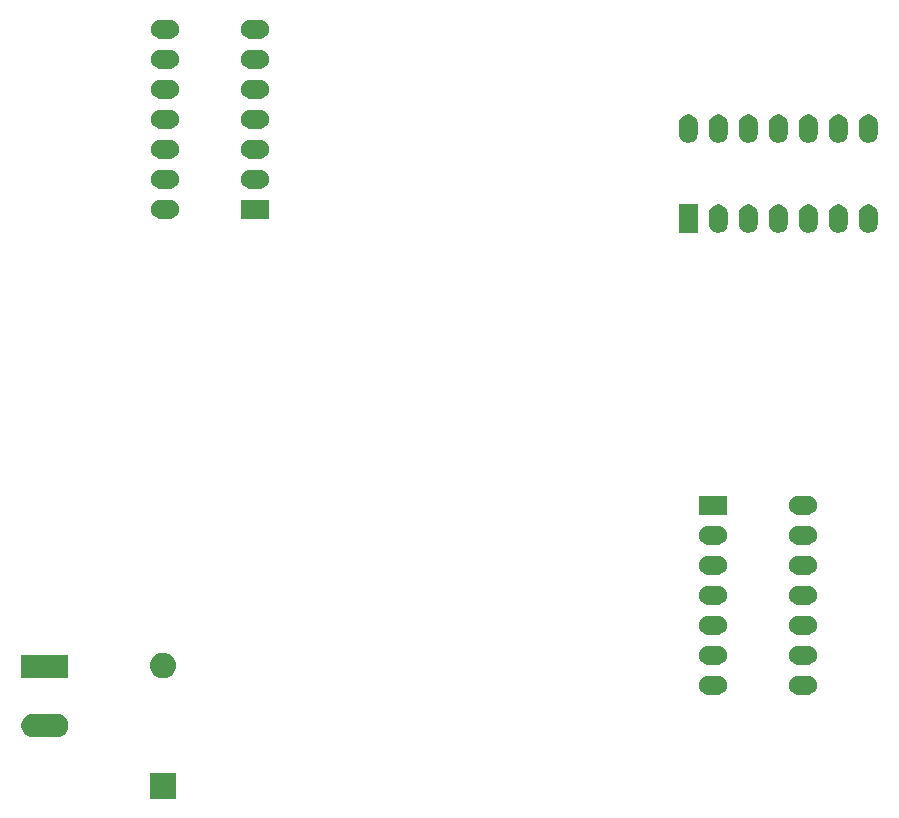
<source format=gbr>
%TF.GenerationSoftware,KiCad,Pcbnew,8.0.5*%
%TF.CreationDate,2024-11-03T20:31:12-06:00*%
%TF.ProjectId,KiCAD_Custom_DRC_Rules_for_PCBWay,4b694341-445f-4437-9573-746f6d5f4452,rev?*%
%TF.SameCoordinates,Original*%
%TF.FileFunction,Soldermask,Bot*%
%TF.FilePolarity,Negative*%
%FSLAX46Y46*%
G04 Gerber Fmt 4.6, Leading zero omitted, Abs format (unit mm)*
G04 Created by KiCad (PCBNEW 8.0.5) date 2024-11-03 20:31:12*
%MOMM*%
%LPD*%
G01*
G04 APERTURE LIST*
G04 APERTURE END LIST*
G36*
X68415000Y-125100000D02*
G01*
X66215000Y-125100000D01*
X66215000Y-122900000D01*
X68415000Y-122900000D01*
X68415000Y-125100000D01*
G37*
G36*
X58402037Y-117934767D02*
G01*
X58592382Y-117972629D01*
X58771683Y-118046898D01*
X58933049Y-118154720D01*
X59070280Y-118291951D01*
X59178102Y-118453317D01*
X59252371Y-118632618D01*
X59290233Y-118822963D01*
X59290233Y-119017037D01*
X59252371Y-119207382D01*
X59178102Y-119386683D01*
X59070280Y-119548049D01*
X58933049Y-119685280D01*
X58771683Y-119793102D01*
X58592382Y-119867371D01*
X58402037Y-119905233D01*
X58305000Y-119910000D01*
X58303749Y-119910000D01*
X56326251Y-119910000D01*
X56325000Y-119910000D01*
X56227963Y-119905233D01*
X56037618Y-119867371D01*
X55858317Y-119793102D01*
X55696951Y-119685280D01*
X55559720Y-119548049D01*
X55451898Y-119386683D01*
X55377629Y-119207382D01*
X55339767Y-119017037D01*
X55339767Y-118822963D01*
X55377629Y-118632618D01*
X55451898Y-118453317D01*
X55559720Y-118291951D01*
X55696951Y-118154720D01*
X55858317Y-118046898D01*
X56037618Y-117972629D01*
X56227963Y-117934767D01*
X56325000Y-117930000D01*
X58305000Y-117930000D01*
X58402037Y-117934767D01*
G37*
G36*
X114358414Y-114703852D02*
G01*
X114512228Y-114734448D01*
X114657117Y-114794463D01*
X114787515Y-114881592D01*
X114898408Y-114992485D01*
X114985537Y-115122883D01*
X115045552Y-115267772D01*
X115076148Y-115421586D01*
X115076148Y-115578414D01*
X115045552Y-115732228D01*
X114985537Y-115877117D01*
X114898408Y-116007515D01*
X114787515Y-116118408D01*
X114657117Y-116205537D01*
X114512228Y-116265552D01*
X114358414Y-116296148D01*
X114280000Y-116300000D01*
X114278749Y-116300000D01*
X113481251Y-116300000D01*
X113480000Y-116300000D01*
X113401586Y-116296148D01*
X113247772Y-116265552D01*
X113102883Y-116205537D01*
X112972485Y-116118408D01*
X112861592Y-116007515D01*
X112774463Y-115877117D01*
X112714448Y-115732228D01*
X112683852Y-115578414D01*
X112683852Y-115421586D01*
X112714448Y-115267772D01*
X112774463Y-115122883D01*
X112861592Y-114992485D01*
X112972485Y-114881592D01*
X113102883Y-114794463D01*
X113247772Y-114734448D01*
X113401586Y-114703852D01*
X113480000Y-114700000D01*
X114280000Y-114700000D01*
X114358414Y-114703852D01*
G37*
G36*
X121978414Y-114703852D02*
G01*
X122132228Y-114734448D01*
X122277117Y-114794463D01*
X122407515Y-114881592D01*
X122518408Y-114992485D01*
X122605537Y-115122883D01*
X122665552Y-115267772D01*
X122696148Y-115421586D01*
X122696148Y-115578414D01*
X122665552Y-115732228D01*
X122605537Y-115877117D01*
X122518408Y-116007515D01*
X122407515Y-116118408D01*
X122277117Y-116205537D01*
X122132228Y-116265552D01*
X121978414Y-116296148D01*
X121900000Y-116300000D01*
X121898749Y-116300000D01*
X121101251Y-116300000D01*
X121100000Y-116300000D01*
X121021586Y-116296148D01*
X120867772Y-116265552D01*
X120722883Y-116205537D01*
X120592485Y-116118408D01*
X120481592Y-116007515D01*
X120394463Y-115877117D01*
X120334448Y-115732228D01*
X120303852Y-115578414D01*
X120303852Y-115421586D01*
X120334448Y-115267772D01*
X120394463Y-115122883D01*
X120481592Y-114992485D01*
X120592485Y-114881592D01*
X120722883Y-114794463D01*
X120867772Y-114734448D01*
X121021586Y-114703852D01*
X121100000Y-114700000D01*
X121900000Y-114700000D01*
X121978414Y-114703852D01*
G37*
G36*
X67616029Y-112781992D02*
G01*
X67805312Y-112855320D01*
X67977898Y-112962181D01*
X68127910Y-113098935D01*
X68250239Y-113260925D01*
X68340719Y-113442634D01*
X68396270Y-113637876D01*
X68415000Y-113840000D01*
X68396270Y-114042124D01*
X68340719Y-114237366D01*
X68250239Y-114419075D01*
X68127910Y-114581065D01*
X67977898Y-114717819D01*
X67805312Y-114824680D01*
X67616029Y-114898008D01*
X67416495Y-114935308D01*
X67213505Y-114935308D01*
X67013971Y-114898008D01*
X66824688Y-114824680D01*
X66652102Y-114717819D01*
X66502090Y-114581065D01*
X66379761Y-114419075D01*
X66289281Y-114237366D01*
X66233730Y-114042124D01*
X66215000Y-113840000D01*
X66233730Y-113637876D01*
X66289281Y-113442634D01*
X66379761Y-113260925D01*
X66502090Y-113098935D01*
X66652102Y-112962181D01*
X66824688Y-112855320D01*
X67013971Y-112781992D01*
X67213505Y-112744692D01*
X67416495Y-112744692D01*
X67616029Y-112781992D01*
G37*
G36*
X59295000Y-114910000D02*
G01*
X55335000Y-114910000D01*
X55335000Y-112930000D01*
X59295000Y-112930000D01*
X59295000Y-114910000D01*
G37*
G36*
X114358414Y-112163852D02*
G01*
X114512228Y-112194448D01*
X114657117Y-112254463D01*
X114787515Y-112341592D01*
X114898408Y-112452485D01*
X114985537Y-112582883D01*
X115045552Y-112727772D01*
X115076148Y-112881586D01*
X115076148Y-113038414D01*
X115045552Y-113192228D01*
X114985537Y-113337117D01*
X114898408Y-113467515D01*
X114787515Y-113578408D01*
X114657117Y-113665537D01*
X114512228Y-113725552D01*
X114358414Y-113756148D01*
X114280000Y-113760000D01*
X114278749Y-113760000D01*
X113481251Y-113760000D01*
X113480000Y-113760000D01*
X113401586Y-113756148D01*
X113247772Y-113725552D01*
X113102883Y-113665537D01*
X112972485Y-113578408D01*
X112861592Y-113467515D01*
X112774463Y-113337117D01*
X112714448Y-113192228D01*
X112683852Y-113038414D01*
X112683852Y-112881586D01*
X112714448Y-112727772D01*
X112774463Y-112582883D01*
X112861592Y-112452485D01*
X112972485Y-112341592D01*
X113102883Y-112254463D01*
X113247772Y-112194448D01*
X113401586Y-112163852D01*
X113480000Y-112160000D01*
X114280000Y-112160000D01*
X114358414Y-112163852D01*
G37*
G36*
X121978414Y-112163852D02*
G01*
X122132228Y-112194448D01*
X122277117Y-112254463D01*
X122407515Y-112341592D01*
X122518408Y-112452485D01*
X122605537Y-112582883D01*
X122665552Y-112727772D01*
X122696148Y-112881586D01*
X122696148Y-113038414D01*
X122665552Y-113192228D01*
X122605537Y-113337117D01*
X122518408Y-113467515D01*
X122407515Y-113578408D01*
X122277117Y-113665537D01*
X122132228Y-113725552D01*
X121978414Y-113756148D01*
X121900000Y-113760000D01*
X121898749Y-113760000D01*
X121101251Y-113760000D01*
X121100000Y-113760000D01*
X121021586Y-113756148D01*
X120867772Y-113725552D01*
X120722883Y-113665537D01*
X120592485Y-113578408D01*
X120481592Y-113467515D01*
X120394463Y-113337117D01*
X120334448Y-113192228D01*
X120303852Y-113038414D01*
X120303852Y-112881586D01*
X120334448Y-112727772D01*
X120394463Y-112582883D01*
X120481592Y-112452485D01*
X120592485Y-112341592D01*
X120722883Y-112254463D01*
X120867772Y-112194448D01*
X121021586Y-112163852D01*
X121100000Y-112160000D01*
X121900000Y-112160000D01*
X121978414Y-112163852D01*
G37*
G36*
X114358414Y-109623852D02*
G01*
X114512228Y-109654448D01*
X114657117Y-109714463D01*
X114787515Y-109801592D01*
X114898408Y-109912485D01*
X114985537Y-110042883D01*
X115045552Y-110187772D01*
X115076148Y-110341586D01*
X115076148Y-110498414D01*
X115045552Y-110652228D01*
X114985537Y-110797117D01*
X114898408Y-110927515D01*
X114787515Y-111038408D01*
X114657117Y-111125537D01*
X114512228Y-111185552D01*
X114358414Y-111216148D01*
X114280000Y-111220000D01*
X114278749Y-111220000D01*
X113481251Y-111220000D01*
X113480000Y-111220000D01*
X113401586Y-111216148D01*
X113247772Y-111185552D01*
X113102883Y-111125537D01*
X112972485Y-111038408D01*
X112861592Y-110927515D01*
X112774463Y-110797117D01*
X112714448Y-110652228D01*
X112683852Y-110498414D01*
X112683852Y-110341586D01*
X112714448Y-110187772D01*
X112774463Y-110042883D01*
X112861592Y-109912485D01*
X112972485Y-109801592D01*
X113102883Y-109714463D01*
X113247772Y-109654448D01*
X113401586Y-109623852D01*
X113480000Y-109620000D01*
X114280000Y-109620000D01*
X114358414Y-109623852D01*
G37*
G36*
X121978414Y-109623852D02*
G01*
X122132228Y-109654448D01*
X122277117Y-109714463D01*
X122407515Y-109801592D01*
X122518408Y-109912485D01*
X122605537Y-110042883D01*
X122665552Y-110187772D01*
X122696148Y-110341586D01*
X122696148Y-110498414D01*
X122665552Y-110652228D01*
X122605537Y-110797117D01*
X122518408Y-110927515D01*
X122407515Y-111038408D01*
X122277117Y-111125537D01*
X122132228Y-111185552D01*
X121978414Y-111216148D01*
X121900000Y-111220000D01*
X121898749Y-111220000D01*
X121101251Y-111220000D01*
X121100000Y-111220000D01*
X121021586Y-111216148D01*
X120867772Y-111185552D01*
X120722883Y-111125537D01*
X120592485Y-111038408D01*
X120481592Y-110927515D01*
X120394463Y-110797117D01*
X120334448Y-110652228D01*
X120303852Y-110498414D01*
X120303852Y-110341586D01*
X120334448Y-110187772D01*
X120394463Y-110042883D01*
X120481592Y-109912485D01*
X120592485Y-109801592D01*
X120722883Y-109714463D01*
X120867772Y-109654448D01*
X121021586Y-109623852D01*
X121100000Y-109620000D01*
X121900000Y-109620000D01*
X121978414Y-109623852D01*
G37*
G36*
X114358414Y-107083852D02*
G01*
X114512228Y-107114448D01*
X114657117Y-107174463D01*
X114787515Y-107261592D01*
X114898408Y-107372485D01*
X114985537Y-107502883D01*
X115045552Y-107647772D01*
X115076148Y-107801586D01*
X115076148Y-107958414D01*
X115045552Y-108112228D01*
X114985537Y-108257117D01*
X114898408Y-108387515D01*
X114787515Y-108498408D01*
X114657117Y-108585537D01*
X114512228Y-108645552D01*
X114358414Y-108676148D01*
X114280000Y-108680000D01*
X114278749Y-108680000D01*
X113481251Y-108680000D01*
X113480000Y-108680000D01*
X113401586Y-108676148D01*
X113247772Y-108645552D01*
X113102883Y-108585537D01*
X112972485Y-108498408D01*
X112861592Y-108387515D01*
X112774463Y-108257117D01*
X112714448Y-108112228D01*
X112683852Y-107958414D01*
X112683852Y-107801586D01*
X112714448Y-107647772D01*
X112774463Y-107502883D01*
X112861592Y-107372485D01*
X112972485Y-107261592D01*
X113102883Y-107174463D01*
X113247772Y-107114448D01*
X113401586Y-107083852D01*
X113480000Y-107080000D01*
X114280000Y-107080000D01*
X114358414Y-107083852D01*
G37*
G36*
X121978414Y-107083852D02*
G01*
X122132228Y-107114448D01*
X122277117Y-107174463D01*
X122407515Y-107261592D01*
X122518408Y-107372485D01*
X122605537Y-107502883D01*
X122665552Y-107647772D01*
X122696148Y-107801586D01*
X122696148Y-107958414D01*
X122665552Y-108112228D01*
X122605537Y-108257117D01*
X122518408Y-108387515D01*
X122407515Y-108498408D01*
X122277117Y-108585537D01*
X122132228Y-108645552D01*
X121978414Y-108676148D01*
X121900000Y-108680000D01*
X121898749Y-108680000D01*
X121101251Y-108680000D01*
X121100000Y-108680000D01*
X121021586Y-108676148D01*
X120867772Y-108645552D01*
X120722883Y-108585537D01*
X120592485Y-108498408D01*
X120481592Y-108387515D01*
X120394463Y-108257117D01*
X120334448Y-108112228D01*
X120303852Y-107958414D01*
X120303852Y-107801586D01*
X120334448Y-107647772D01*
X120394463Y-107502883D01*
X120481592Y-107372485D01*
X120592485Y-107261592D01*
X120722883Y-107174463D01*
X120867772Y-107114448D01*
X121021586Y-107083852D01*
X121100000Y-107080000D01*
X121900000Y-107080000D01*
X121978414Y-107083852D01*
G37*
G36*
X114358414Y-104543852D02*
G01*
X114512228Y-104574448D01*
X114657117Y-104634463D01*
X114787515Y-104721592D01*
X114898408Y-104832485D01*
X114985537Y-104962883D01*
X115045552Y-105107772D01*
X115076148Y-105261586D01*
X115076148Y-105418414D01*
X115045552Y-105572228D01*
X114985537Y-105717117D01*
X114898408Y-105847515D01*
X114787515Y-105958408D01*
X114657117Y-106045537D01*
X114512228Y-106105552D01*
X114358414Y-106136148D01*
X114280000Y-106140000D01*
X114278749Y-106140000D01*
X113481251Y-106140000D01*
X113480000Y-106140000D01*
X113401586Y-106136148D01*
X113247772Y-106105552D01*
X113102883Y-106045537D01*
X112972485Y-105958408D01*
X112861592Y-105847515D01*
X112774463Y-105717117D01*
X112714448Y-105572228D01*
X112683852Y-105418414D01*
X112683852Y-105261586D01*
X112714448Y-105107772D01*
X112774463Y-104962883D01*
X112861592Y-104832485D01*
X112972485Y-104721592D01*
X113102883Y-104634463D01*
X113247772Y-104574448D01*
X113401586Y-104543852D01*
X113480000Y-104540000D01*
X114280000Y-104540000D01*
X114358414Y-104543852D01*
G37*
G36*
X121978414Y-104543852D02*
G01*
X122132228Y-104574448D01*
X122277117Y-104634463D01*
X122407515Y-104721592D01*
X122518408Y-104832485D01*
X122605537Y-104962883D01*
X122665552Y-105107772D01*
X122696148Y-105261586D01*
X122696148Y-105418414D01*
X122665552Y-105572228D01*
X122605537Y-105717117D01*
X122518408Y-105847515D01*
X122407515Y-105958408D01*
X122277117Y-106045537D01*
X122132228Y-106105552D01*
X121978414Y-106136148D01*
X121900000Y-106140000D01*
X121898749Y-106140000D01*
X121101251Y-106140000D01*
X121100000Y-106140000D01*
X121021586Y-106136148D01*
X120867772Y-106105552D01*
X120722883Y-106045537D01*
X120592485Y-105958408D01*
X120481592Y-105847515D01*
X120394463Y-105717117D01*
X120334448Y-105572228D01*
X120303852Y-105418414D01*
X120303852Y-105261586D01*
X120334448Y-105107772D01*
X120394463Y-104962883D01*
X120481592Y-104832485D01*
X120592485Y-104721592D01*
X120722883Y-104634463D01*
X120867772Y-104574448D01*
X121021586Y-104543852D01*
X121100000Y-104540000D01*
X121900000Y-104540000D01*
X121978414Y-104543852D01*
G37*
G36*
X114358414Y-102003852D02*
G01*
X114512228Y-102034448D01*
X114657117Y-102094463D01*
X114787515Y-102181592D01*
X114898408Y-102292485D01*
X114985537Y-102422883D01*
X115045552Y-102567772D01*
X115076148Y-102721586D01*
X115076148Y-102878414D01*
X115045552Y-103032228D01*
X114985537Y-103177117D01*
X114898408Y-103307515D01*
X114787515Y-103418408D01*
X114657117Y-103505537D01*
X114512228Y-103565552D01*
X114358414Y-103596148D01*
X114280000Y-103600000D01*
X114278749Y-103600000D01*
X113481251Y-103600000D01*
X113480000Y-103600000D01*
X113401586Y-103596148D01*
X113247772Y-103565552D01*
X113102883Y-103505537D01*
X112972485Y-103418408D01*
X112861592Y-103307515D01*
X112774463Y-103177117D01*
X112714448Y-103032228D01*
X112683852Y-102878414D01*
X112683852Y-102721586D01*
X112714448Y-102567772D01*
X112774463Y-102422883D01*
X112861592Y-102292485D01*
X112972485Y-102181592D01*
X113102883Y-102094463D01*
X113247772Y-102034448D01*
X113401586Y-102003852D01*
X113480000Y-102000000D01*
X114280000Y-102000000D01*
X114358414Y-102003852D01*
G37*
G36*
X121978414Y-102003852D02*
G01*
X122132228Y-102034448D01*
X122277117Y-102094463D01*
X122407515Y-102181592D01*
X122518408Y-102292485D01*
X122605537Y-102422883D01*
X122665552Y-102567772D01*
X122696148Y-102721586D01*
X122696148Y-102878414D01*
X122665552Y-103032228D01*
X122605537Y-103177117D01*
X122518408Y-103307515D01*
X122407515Y-103418408D01*
X122277117Y-103505537D01*
X122132228Y-103565552D01*
X121978414Y-103596148D01*
X121900000Y-103600000D01*
X121898749Y-103600000D01*
X121101251Y-103600000D01*
X121100000Y-103600000D01*
X121021586Y-103596148D01*
X120867772Y-103565552D01*
X120722883Y-103505537D01*
X120592485Y-103418408D01*
X120481592Y-103307515D01*
X120394463Y-103177117D01*
X120334448Y-103032228D01*
X120303852Y-102878414D01*
X120303852Y-102721586D01*
X120334448Y-102567772D01*
X120394463Y-102422883D01*
X120481592Y-102292485D01*
X120592485Y-102181592D01*
X120722883Y-102094463D01*
X120867772Y-102034448D01*
X121021586Y-102003852D01*
X121100000Y-102000000D01*
X121900000Y-102000000D01*
X121978414Y-102003852D01*
G37*
G36*
X115080000Y-101060000D02*
G01*
X112680000Y-101060000D01*
X112680000Y-99460000D01*
X115080000Y-99460000D01*
X115080000Y-101060000D01*
G37*
G36*
X121978414Y-99463852D02*
G01*
X122132228Y-99494448D01*
X122277117Y-99554463D01*
X122407515Y-99641592D01*
X122518408Y-99752485D01*
X122605537Y-99882883D01*
X122665552Y-100027772D01*
X122696148Y-100181586D01*
X122696148Y-100338414D01*
X122665552Y-100492228D01*
X122605537Y-100637117D01*
X122518408Y-100767515D01*
X122407515Y-100878408D01*
X122277117Y-100965537D01*
X122132228Y-101025552D01*
X121978414Y-101056148D01*
X121900000Y-101060000D01*
X121898749Y-101060000D01*
X121101251Y-101060000D01*
X121100000Y-101060000D01*
X121021586Y-101056148D01*
X120867772Y-101025552D01*
X120722883Y-100965537D01*
X120592485Y-100878408D01*
X120481592Y-100767515D01*
X120394463Y-100637117D01*
X120334448Y-100492228D01*
X120303852Y-100338414D01*
X120303852Y-100181586D01*
X120334448Y-100027772D01*
X120394463Y-99882883D01*
X120481592Y-99752485D01*
X120592485Y-99641592D01*
X120722883Y-99554463D01*
X120867772Y-99494448D01*
X121021586Y-99463852D01*
X121100000Y-99460000D01*
X121900000Y-99460000D01*
X121978414Y-99463852D01*
G37*
G36*
X112600000Y-77200000D02*
G01*
X111000000Y-77200000D01*
X111000000Y-74800000D01*
X112600000Y-74800000D01*
X112600000Y-77200000D01*
G37*
G36*
X114572228Y-74834448D02*
G01*
X114717117Y-74894463D01*
X114847515Y-74981592D01*
X114958408Y-75092485D01*
X115045537Y-75222883D01*
X115105552Y-75367772D01*
X115136148Y-75521586D01*
X115140000Y-75600000D01*
X115140000Y-76400000D01*
X115136148Y-76478414D01*
X115105552Y-76632228D01*
X115045537Y-76777117D01*
X114958408Y-76907515D01*
X114847515Y-77018408D01*
X114717117Y-77105537D01*
X114572228Y-77165552D01*
X114418414Y-77196148D01*
X114261586Y-77196148D01*
X114107772Y-77165552D01*
X113962883Y-77105537D01*
X113832485Y-77018408D01*
X113721592Y-76907515D01*
X113634463Y-76777117D01*
X113574448Y-76632228D01*
X113543852Y-76478414D01*
X113540000Y-76400000D01*
X113540000Y-75600000D01*
X113543852Y-75521586D01*
X113574448Y-75367772D01*
X113634463Y-75222883D01*
X113721592Y-75092485D01*
X113832485Y-74981592D01*
X113962883Y-74894463D01*
X114107772Y-74834448D01*
X114261586Y-74803852D01*
X114418414Y-74803852D01*
X114572228Y-74834448D01*
G37*
G36*
X117112228Y-74834448D02*
G01*
X117257117Y-74894463D01*
X117387515Y-74981592D01*
X117498408Y-75092485D01*
X117585537Y-75222883D01*
X117645552Y-75367772D01*
X117676148Y-75521586D01*
X117680000Y-75600000D01*
X117680000Y-76400000D01*
X117676148Y-76478414D01*
X117645552Y-76632228D01*
X117585537Y-76777117D01*
X117498408Y-76907515D01*
X117387515Y-77018408D01*
X117257117Y-77105537D01*
X117112228Y-77165552D01*
X116958414Y-77196148D01*
X116801586Y-77196148D01*
X116647772Y-77165552D01*
X116502883Y-77105537D01*
X116372485Y-77018408D01*
X116261592Y-76907515D01*
X116174463Y-76777117D01*
X116114448Y-76632228D01*
X116083852Y-76478414D01*
X116080000Y-76400000D01*
X116080000Y-75600000D01*
X116083852Y-75521586D01*
X116114448Y-75367772D01*
X116174463Y-75222883D01*
X116261592Y-75092485D01*
X116372485Y-74981592D01*
X116502883Y-74894463D01*
X116647772Y-74834448D01*
X116801586Y-74803852D01*
X116958414Y-74803852D01*
X117112228Y-74834448D01*
G37*
G36*
X119652228Y-74834448D02*
G01*
X119797117Y-74894463D01*
X119927515Y-74981592D01*
X120038408Y-75092485D01*
X120125537Y-75222883D01*
X120185552Y-75367772D01*
X120216148Y-75521586D01*
X120220000Y-75600000D01*
X120220000Y-76400000D01*
X120216148Y-76478414D01*
X120185552Y-76632228D01*
X120125537Y-76777117D01*
X120038408Y-76907515D01*
X119927515Y-77018408D01*
X119797117Y-77105537D01*
X119652228Y-77165552D01*
X119498414Y-77196148D01*
X119341586Y-77196148D01*
X119187772Y-77165552D01*
X119042883Y-77105537D01*
X118912485Y-77018408D01*
X118801592Y-76907515D01*
X118714463Y-76777117D01*
X118654448Y-76632228D01*
X118623852Y-76478414D01*
X118620000Y-76400000D01*
X118620000Y-75600000D01*
X118623852Y-75521586D01*
X118654448Y-75367772D01*
X118714463Y-75222883D01*
X118801592Y-75092485D01*
X118912485Y-74981592D01*
X119042883Y-74894463D01*
X119187772Y-74834448D01*
X119341586Y-74803852D01*
X119498414Y-74803852D01*
X119652228Y-74834448D01*
G37*
G36*
X122192228Y-74834448D02*
G01*
X122337117Y-74894463D01*
X122467515Y-74981592D01*
X122578408Y-75092485D01*
X122665537Y-75222883D01*
X122725552Y-75367772D01*
X122756148Y-75521586D01*
X122760000Y-75600000D01*
X122760000Y-76400000D01*
X122756148Y-76478414D01*
X122725552Y-76632228D01*
X122665537Y-76777117D01*
X122578408Y-76907515D01*
X122467515Y-77018408D01*
X122337117Y-77105537D01*
X122192228Y-77165552D01*
X122038414Y-77196148D01*
X121881586Y-77196148D01*
X121727772Y-77165552D01*
X121582883Y-77105537D01*
X121452485Y-77018408D01*
X121341592Y-76907515D01*
X121254463Y-76777117D01*
X121194448Y-76632228D01*
X121163852Y-76478414D01*
X121160000Y-76400000D01*
X121160000Y-75600000D01*
X121163852Y-75521586D01*
X121194448Y-75367772D01*
X121254463Y-75222883D01*
X121341592Y-75092485D01*
X121452485Y-74981592D01*
X121582883Y-74894463D01*
X121727772Y-74834448D01*
X121881586Y-74803852D01*
X122038414Y-74803852D01*
X122192228Y-74834448D01*
G37*
G36*
X124732228Y-74834448D02*
G01*
X124877117Y-74894463D01*
X125007515Y-74981592D01*
X125118408Y-75092485D01*
X125205537Y-75222883D01*
X125265552Y-75367772D01*
X125296148Y-75521586D01*
X125300000Y-75600000D01*
X125300000Y-76400000D01*
X125296148Y-76478414D01*
X125265552Y-76632228D01*
X125205537Y-76777117D01*
X125118408Y-76907515D01*
X125007515Y-77018408D01*
X124877117Y-77105537D01*
X124732228Y-77165552D01*
X124578414Y-77196148D01*
X124421586Y-77196148D01*
X124267772Y-77165552D01*
X124122883Y-77105537D01*
X123992485Y-77018408D01*
X123881592Y-76907515D01*
X123794463Y-76777117D01*
X123734448Y-76632228D01*
X123703852Y-76478414D01*
X123700000Y-76400000D01*
X123700000Y-75600000D01*
X123703852Y-75521586D01*
X123734448Y-75367772D01*
X123794463Y-75222883D01*
X123881592Y-75092485D01*
X123992485Y-74981592D01*
X124122883Y-74894463D01*
X124267772Y-74834448D01*
X124421586Y-74803852D01*
X124578414Y-74803852D01*
X124732228Y-74834448D01*
G37*
G36*
X127272228Y-74834448D02*
G01*
X127417117Y-74894463D01*
X127547515Y-74981592D01*
X127658408Y-75092485D01*
X127745537Y-75222883D01*
X127805552Y-75367772D01*
X127836148Y-75521586D01*
X127840000Y-75600000D01*
X127840000Y-76400000D01*
X127836148Y-76478414D01*
X127805552Y-76632228D01*
X127745537Y-76777117D01*
X127658408Y-76907515D01*
X127547515Y-77018408D01*
X127417117Y-77105537D01*
X127272228Y-77165552D01*
X127118414Y-77196148D01*
X126961586Y-77196148D01*
X126807772Y-77165552D01*
X126662883Y-77105537D01*
X126532485Y-77018408D01*
X126421592Y-76907515D01*
X126334463Y-76777117D01*
X126274448Y-76632228D01*
X126243852Y-76478414D01*
X126240000Y-76400000D01*
X126240000Y-75600000D01*
X126243852Y-75521586D01*
X126274448Y-75367772D01*
X126334463Y-75222883D01*
X126421592Y-75092485D01*
X126532485Y-74981592D01*
X126662883Y-74894463D01*
X126807772Y-74834448D01*
X126961586Y-74803852D01*
X127118414Y-74803852D01*
X127272228Y-74834448D01*
G37*
G36*
X67978414Y-74403852D02*
G01*
X68132228Y-74434448D01*
X68277117Y-74494463D01*
X68407515Y-74581592D01*
X68518408Y-74692485D01*
X68605537Y-74822883D01*
X68665552Y-74967772D01*
X68696148Y-75121586D01*
X68696148Y-75278414D01*
X68665552Y-75432228D01*
X68605537Y-75577117D01*
X68518408Y-75707515D01*
X68407515Y-75818408D01*
X68277117Y-75905537D01*
X68132228Y-75965552D01*
X67978414Y-75996148D01*
X67900000Y-76000000D01*
X67898749Y-76000000D01*
X67101251Y-76000000D01*
X67100000Y-76000000D01*
X67021586Y-75996148D01*
X66867772Y-75965552D01*
X66722883Y-75905537D01*
X66592485Y-75818408D01*
X66481592Y-75707515D01*
X66394463Y-75577117D01*
X66334448Y-75432228D01*
X66303852Y-75278414D01*
X66303852Y-75121586D01*
X66334448Y-74967772D01*
X66394463Y-74822883D01*
X66481592Y-74692485D01*
X66592485Y-74581592D01*
X66722883Y-74494463D01*
X66867772Y-74434448D01*
X67021586Y-74403852D01*
X67100000Y-74400000D01*
X67900000Y-74400000D01*
X67978414Y-74403852D01*
G37*
G36*
X76320000Y-76000000D02*
G01*
X73920000Y-76000000D01*
X73920000Y-74400000D01*
X76320000Y-74400000D01*
X76320000Y-76000000D01*
G37*
G36*
X67978414Y-71863852D02*
G01*
X68132228Y-71894448D01*
X68277117Y-71954463D01*
X68407515Y-72041592D01*
X68518408Y-72152485D01*
X68605537Y-72282883D01*
X68665552Y-72427772D01*
X68696148Y-72581586D01*
X68696148Y-72738414D01*
X68665552Y-72892228D01*
X68605537Y-73037117D01*
X68518408Y-73167515D01*
X68407515Y-73278408D01*
X68277117Y-73365537D01*
X68132228Y-73425552D01*
X67978414Y-73456148D01*
X67900000Y-73460000D01*
X67898749Y-73460000D01*
X67101251Y-73460000D01*
X67100000Y-73460000D01*
X67021586Y-73456148D01*
X66867772Y-73425552D01*
X66722883Y-73365537D01*
X66592485Y-73278408D01*
X66481592Y-73167515D01*
X66394463Y-73037117D01*
X66334448Y-72892228D01*
X66303852Y-72738414D01*
X66303852Y-72581586D01*
X66334448Y-72427772D01*
X66394463Y-72282883D01*
X66481592Y-72152485D01*
X66592485Y-72041592D01*
X66722883Y-71954463D01*
X66867772Y-71894448D01*
X67021586Y-71863852D01*
X67100000Y-71860000D01*
X67900000Y-71860000D01*
X67978414Y-71863852D01*
G37*
G36*
X75598414Y-71863852D02*
G01*
X75752228Y-71894448D01*
X75897117Y-71954463D01*
X76027515Y-72041592D01*
X76138408Y-72152485D01*
X76225537Y-72282883D01*
X76285552Y-72427772D01*
X76316148Y-72581586D01*
X76316148Y-72738414D01*
X76285552Y-72892228D01*
X76225537Y-73037117D01*
X76138408Y-73167515D01*
X76027515Y-73278408D01*
X75897117Y-73365537D01*
X75752228Y-73425552D01*
X75598414Y-73456148D01*
X75520000Y-73460000D01*
X75518749Y-73460000D01*
X74721251Y-73460000D01*
X74720000Y-73460000D01*
X74641586Y-73456148D01*
X74487772Y-73425552D01*
X74342883Y-73365537D01*
X74212485Y-73278408D01*
X74101592Y-73167515D01*
X74014463Y-73037117D01*
X73954448Y-72892228D01*
X73923852Y-72738414D01*
X73923852Y-72581586D01*
X73954448Y-72427772D01*
X74014463Y-72282883D01*
X74101592Y-72152485D01*
X74212485Y-72041592D01*
X74342883Y-71954463D01*
X74487772Y-71894448D01*
X74641586Y-71863852D01*
X74720000Y-71860000D01*
X75520000Y-71860000D01*
X75598414Y-71863852D01*
G37*
G36*
X67978414Y-69323852D02*
G01*
X68132228Y-69354448D01*
X68277117Y-69414463D01*
X68407515Y-69501592D01*
X68518408Y-69612485D01*
X68605537Y-69742883D01*
X68665552Y-69887772D01*
X68696148Y-70041586D01*
X68696148Y-70198414D01*
X68665552Y-70352228D01*
X68605537Y-70497117D01*
X68518408Y-70627515D01*
X68407515Y-70738408D01*
X68277117Y-70825537D01*
X68132228Y-70885552D01*
X67978414Y-70916148D01*
X67900000Y-70920000D01*
X67898749Y-70920000D01*
X67101251Y-70920000D01*
X67100000Y-70920000D01*
X67021586Y-70916148D01*
X66867772Y-70885552D01*
X66722883Y-70825537D01*
X66592485Y-70738408D01*
X66481592Y-70627515D01*
X66394463Y-70497117D01*
X66334448Y-70352228D01*
X66303852Y-70198414D01*
X66303852Y-70041586D01*
X66334448Y-69887772D01*
X66394463Y-69742883D01*
X66481592Y-69612485D01*
X66592485Y-69501592D01*
X66722883Y-69414463D01*
X66867772Y-69354448D01*
X67021586Y-69323852D01*
X67100000Y-69320000D01*
X67900000Y-69320000D01*
X67978414Y-69323852D01*
G37*
G36*
X75598414Y-69323852D02*
G01*
X75752228Y-69354448D01*
X75897117Y-69414463D01*
X76027515Y-69501592D01*
X76138408Y-69612485D01*
X76225537Y-69742883D01*
X76285552Y-69887772D01*
X76316148Y-70041586D01*
X76316148Y-70198414D01*
X76285552Y-70352228D01*
X76225537Y-70497117D01*
X76138408Y-70627515D01*
X76027515Y-70738408D01*
X75897117Y-70825537D01*
X75752228Y-70885552D01*
X75598414Y-70916148D01*
X75520000Y-70920000D01*
X75518749Y-70920000D01*
X74721251Y-70920000D01*
X74720000Y-70920000D01*
X74641586Y-70916148D01*
X74487772Y-70885552D01*
X74342883Y-70825537D01*
X74212485Y-70738408D01*
X74101592Y-70627515D01*
X74014463Y-70497117D01*
X73954448Y-70352228D01*
X73923852Y-70198414D01*
X73923852Y-70041586D01*
X73954448Y-69887772D01*
X74014463Y-69742883D01*
X74101592Y-69612485D01*
X74212485Y-69501592D01*
X74342883Y-69414463D01*
X74487772Y-69354448D01*
X74641586Y-69323852D01*
X74720000Y-69320000D01*
X75520000Y-69320000D01*
X75598414Y-69323852D01*
G37*
G36*
X112032228Y-67214448D02*
G01*
X112177117Y-67274463D01*
X112307515Y-67361592D01*
X112418408Y-67472485D01*
X112505537Y-67602883D01*
X112565552Y-67747772D01*
X112596148Y-67901586D01*
X112600000Y-67980000D01*
X112600000Y-68780000D01*
X112596148Y-68858414D01*
X112565552Y-69012228D01*
X112505537Y-69157117D01*
X112418408Y-69287515D01*
X112307515Y-69398408D01*
X112177117Y-69485537D01*
X112032228Y-69545552D01*
X111878414Y-69576148D01*
X111721586Y-69576148D01*
X111567772Y-69545552D01*
X111422883Y-69485537D01*
X111292485Y-69398408D01*
X111181592Y-69287515D01*
X111094463Y-69157117D01*
X111034448Y-69012228D01*
X111003852Y-68858414D01*
X111000000Y-68780000D01*
X111000000Y-67980000D01*
X111003852Y-67901586D01*
X111034448Y-67747772D01*
X111094463Y-67602883D01*
X111181592Y-67472485D01*
X111292485Y-67361592D01*
X111422883Y-67274463D01*
X111567772Y-67214448D01*
X111721586Y-67183852D01*
X111878414Y-67183852D01*
X112032228Y-67214448D01*
G37*
G36*
X114572228Y-67214448D02*
G01*
X114717117Y-67274463D01*
X114847515Y-67361592D01*
X114958408Y-67472485D01*
X115045537Y-67602883D01*
X115105552Y-67747772D01*
X115136148Y-67901586D01*
X115140000Y-67980000D01*
X115140000Y-68780000D01*
X115136148Y-68858414D01*
X115105552Y-69012228D01*
X115045537Y-69157117D01*
X114958408Y-69287515D01*
X114847515Y-69398408D01*
X114717117Y-69485537D01*
X114572228Y-69545552D01*
X114418414Y-69576148D01*
X114261586Y-69576148D01*
X114107772Y-69545552D01*
X113962883Y-69485537D01*
X113832485Y-69398408D01*
X113721592Y-69287515D01*
X113634463Y-69157117D01*
X113574448Y-69012228D01*
X113543852Y-68858414D01*
X113540000Y-68780000D01*
X113540000Y-67980000D01*
X113543852Y-67901586D01*
X113574448Y-67747772D01*
X113634463Y-67602883D01*
X113721592Y-67472485D01*
X113832485Y-67361592D01*
X113962883Y-67274463D01*
X114107772Y-67214448D01*
X114261586Y-67183852D01*
X114418414Y-67183852D01*
X114572228Y-67214448D01*
G37*
G36*
X117112228Y-67214448D02*
G01*
X117257117Y-67274463D01*
X117387515Y-67361592D01*
X117498408Y-67472485D01*
X117585537Y-67602883D01*
X117645552Y-67747772D01*
X117676148Y-67901586D01*
X117680000Y-67980000D01*
X117680000Y-68780000D01*
X117676148Y-68858414D01*
X117645552Y-69012228D01*
X117585537Y-69157117D01*
X117498408Y-69287515D01*
X117387515Y-69398408D01*
X117257117Y-69485537D01*
X117112228Y-69545552D01*
X116958414Y-69576148D01*
X116801586Y-69576148D01*
X116647772Y-69545552D01*
X116502883Y-69485537D01*
X116372485Y-69398408D01*
X116261592Y-69287515D01*
X116174463Y-69157117D01*
X116114448Y-69012228D01*
X116083852Y-68858414D01*
X116080000Y-68780000D01*
X116080000Y-67980000D01*
X116083852Y-67901586D01*
X116114448Y-67747772D01*
X116174463Y-67602883D01*
X116261592Y-67472485D01*
X116372485Y-67361592D01*
X116502883Y-67274463D01*
X116647772Y-67214448D01*
X116801586Y-67183852D01*
X116958414Y-67183852D01*
X117112228Y-67214448D01*
G37*
G36*
X119652228Y-67214448D02*
G01*
X119797117Y-67274463D01*
X119927515Y-67361592D01*
X120038408Y-67472485D01*
X120125537Y-67602883D01*
X120185552Y-67747772D01*
X120216148Y-67901586D01*
X120220000Y-67980000D01*
X120220000Y-68780000D01*
X120216148Y-68858414D01*
X120185552Y-69012228D01*
X120125537Y-69157117D01*
X120038408Y-69287515D01*
X119927515Y-69398408D01*
X119797117Y-69485537D01*
X119652228Y-69545552D01*
X119498414Y-69576148D01*
X119341586Y-69576148D01*
X119187772Y-69545552D01*
X119042883Y-69485537D01*
X118912485Y-69398408D01*
X118801592Y-69287515D01*
X118714463Y-69157117D01*
X118654448Y-69012228D01*
X118623852Y-68858414D01*
X118620000Y-68780000D01*
X118620000Y-67980000D01*
X118623852Y-67901586D01*
X118654448Y-67747772D01*
X118714463Y-67602883D01*
X118801592Y-67472485D01*
X118912485Y-67361592D01*
X119042883Y-67274463D01*
X119187772Y-67214448D01*
X119341586Y-67183852D01*
X119498414Y-67183852D01*
X119652228Y-67214448D01*
G37*
G36*
X122192228Y-67214448D02*
G01*
X122337117Y-67274463D01*
X122467515Y-67361592D01*
X122578408Y-67472485D01*
X122665537Y-67602883D01*
X122725552Y-67747772D01*
X122756148Y-67901586D01*
X122760000Y-67980000D01*
X122760000Y-68780000D01*
X122756148Y-68858414D01*
X122725552Y-69012228D01*
X122665537Y-69157117D01*
X122578408Y-69287515D01*
X122467515Y-69398408D01*
X122337117Y-69485537D01*
X122192228Y-69545552D01*
X122038414Y-69576148D01*
X121881586Y-69576148D01*
X121727772Y-69545552D01*
X121582883Y-69485537D01*
X121452485Y-69398408D01*
X121341592Y-69287515D01*
X121254463Y-69157117D01*
X121194448Y-69012228D01*
X121163852Y-68858414D01*
X121160000Y-68780000D01*
X121160000Y-67980000D01*
X121163852Y-67901586D01*
X121194448Y-67747772D01*
X121254463Y-67602883D01*
X121341592Y-67472485D01*
X121452485Y-67361592D01*
X121582883Y-67274463D01*
X121727772Y-67214448D01*
X121881586Y-67183852D01*
X122038414Y-67183852D01*
X122192228Y-67214448D01*
G37*
G36*
X124732228Y-67214448D02*
G01*
X124877117Y-67274463D01*
X125007515Y-67361592D01*
X125118408Y-67472485D01*
X125205537Y-67602883D01*
X125265552Y-67747772D01*
X125296148Y-67901586D01*
X125300000Y-67980000D01*
X125300000Y-68780000D01*
X125296148Y-68858414D01*
X125265552Y-69012228D01*
X125205537Y-69157117D01*
X125118408Y-69287515D01*
X125007515Y-69398408D01*
X124877117Y-69485537D01*
X124732228Y-69545552D01*
X124578414Y-69576148D01*
X124421586Y-69576148D01*
X124267772Y-69545552D01*
X124122883Y-69485537D01*
X123992485Y-69398408D01*
X123881592Y-69287515D01*
X123794463Y-69157117D01*
X123734448Y-69012228D01*
X123703852Y-68858414D01*
X123700000Y-68780000D01*
X123700000Y-67980000D01*
X123703852Y-67901586D01*
X123734448Y-67747772D01*
X123794463Y-67602883D01*
X123881592Y-67472485D01*
X123992485Y-67361592D01*
X124122883Y-67274463D01*
X124267772Y-67214448D01*
X124421586Y-67183852D01*
X124578414Y-67183852D01*
X124732228Y-67214448D01*
G37*
G36*
X127272228Y-67214448D02*
G01*
X127417117Y-67274463D01*
X127547515Y-67361592D01*
X127658408Y-67472485D01*
X127745537Y-67602883D01*
X127805552Y-67747772D01*
X127836148Y-67901586D01*
X127840000Y-67980000D01*
X127840000Y-68780000D01*
X127836148Y-68858414D01*
X127805552Y-69012228D01*
X127745537Y-69157117D01*
X127658408Y-69287515D01*
X127547515Y-69398408D01*
X127417117Y-69485537D01*
X127272228Y-69545552D01*
X127118414Y-69576148D01*
X126961586Y-69576148D01*
X126807772Y-69545552D01*
X126662883Y-69485537D01*
X126532485Y-69398408D01*
X126421592Y-69287515D01*
X126334463Y-69157117D01*
X126274448Y-69012228D01*
X126243852Y-68858414D01*
X126240000Y-68780000D01*
X126240000Y-67980000D01*
X126243852Y-67901586D01*
X126274448Y-67747772D01*
X126334463Y-67602883D01*
X126421592Y-67472485D01*
X126532485Y-67361592D01*
X126662883Y-67274463D01*
X126807772Y-67214448D01*
X126961586Y-67183852D01*
X127118414Y-67183852D01*
X127272228Y-67214448D01*
G37*
G36*
X67978414Y-66783852D02*
G01*
X68132228Y-66814448D01*
X68277117Y-66874463D01*
X68407515Y-66961592D01*
X68518408Y-67072485D01*
X68605537Y-67202883D01*
X68665552Y-67347772D01*
X68696148Y-67501586D01*
X68696148Y-67658414D01*
X68665552Y-67812228D01*
X68605537Y-67957117D01*
X68518408Y-68087515D01*
X68407515Y-68198408D01*
X68277117Y-68285537D01*
X68132228Y-68345552D01*
X67978414Y-68376148D01*
X67900000Y-68380000D01*
X67898749Y-68380000D01*
X67101251Y-68380000D01*
X67100000Y-68380000D01*
X67021586Y-68376148D01*
X66867772Y-68345552D01*
X66722883Y-68285537D01*
X66592485Y-68198408D01*
X66481592Y-68087515D01*
X66394463Y-67957117D01*
X66334448Y-67812228D01*
X66303852Y-67658414D01*
X66303852Y-67501586D01*
X66334448Y-67347772D01*
X66394463Y-67202883D01*
X66481592Y-67072485D01*
X66592485Y-66961592D01*
X66722883Y-66874463D01*
X66867772Y-66814448D01*
X67021586Y-66783852D01*
X67100000Y-66780000D01*
X67900000Y-66780000D01*
X67978414Y-66783852D01*
G37*
G36*
X75598414Y-66783852D02*
G01*
X75752228Y-66814448D01*
X75897117Y-66874463D01*
X76027515Y-66961592D01*
X76138408Y-67072485D01*
X76225537Y-67202883D01*
X76285552Y-67347772D01*
X76316148Y-67501586D01*
X76316148Y-67658414D01*
X76285552Y-67812228D01*
X76225537Y-67957117D01*
X76138408Y-68087515D01*
X76027515Y-68198408D01*
X75897117Y-68285537D01*
X75752228Y-68345552D01*
X75598414Y-68376148D01*
X75520000Y-68380000D01*
X75518749Y-68380000D01*
X74721251Y-68380000D01*
X74720000Y-68380000D01*
X74641586Y-68376148D01*
X74487772Y-68345552D01*
X74342883Y-68285537D01*
X74212485Y-68198408D01*
X74101592Y-68087515D01*
X74014463Y-67957117D01*
X73954448Y-67812228D01*
X73923852Y-67658414D01*
X73923852Y-67501586D01*
X73954448Y-67347772D01*
X74014463Y-67202883D01*
X74101592Y-67072485D01*
X74212485Y-66961592D01*
X74342883Y-66874463D01*
X74487772Y-66814448D01*
X74641586Y-66783852D01*
X74720000Y-66780000D01*
X75520000Y-66780000D01*
X75598414Y-66783852D01*
G37*
G36*
X67978414Y-64243852D02*
G01*
X68132228Y-64274448D01*
X68277117Y-64334463D01*
X68407515Y-64421592D01*
X68518408Y-64532485D01*
X68605537Y-64662883D01*
X68665552Y-64807772D01*
X68696148Y-64961586D01*
X68696148Y-65118414D01*
X68665552Y-65272228D01*
X68605537Y-65417117D01*
X68518408Y-65547515D01*
X68407515Y-65658408D01*
X68277117Y-65745537D01*
X68132228Y-65805552D01*
X67978414Y-65836148D01*
X67900000Y-65840000D01*
X67898749Y-65840000D01*
X67101251Y-65840000D01*
X67100000Y-65840000D01*
X67021586Y-65836148D01*
X66867772Y-65805552D01*
X66722883Y-65745537D01*
X66592485Y-65658408D01*
X66481592Y-65547515D01*
X66394463Y-65417117D01*
X66334448Y-65272228D01*
X66303852Y-65118414D01*
X66303852Y-64961586D01*
X66334448Y-64807772D01*
X66394463Y-64662883D01*
X66481592Y-64532485D01*
X66592485Y-64421592D01*
X66722883Y-64334463D01*
X66867772Y-64274448D01*
X67021586Y-64243852D01*
X67100000Y-64240000D01*
X67900000Y-64240000D01*
X67978414Y-64243852D01*
G37*
G36*
X75598414Y-64243852D02*
G01*
X75752228Y-64274448D01*
X75897117Y-64334463D01*
X76027515Y-64421592D01*
X76138408Y-64532485D01*
X76225537Y-64662883D01*
X76285552Y-64807772D01*
X76316148Y-64961586D01*
X76316148Y-65118414D01*
X76285552Y-65272228D01*
X76225537Y-65417117D01*
X76138408Y-65547515D01*
X76027515Y-65658408D01*
X75897117Y-65745537D01*
X75752228Y-65805552D01*
X75598414Y-65836148D01*
X75520000Y-65840000D01*
X75518749Y-65840000D01*
X74721251Y-65840000D01*
X74720000Y-65840000D01*
X74641586Y-65836148D01*
X74487772Y-65805552D01*
X74342883Y-65745537D01*
X74212485Y-65658408D01*
X74101592Y-65547515D01*
X74014463Y-65417117D01*
X73954448Y-65272228D01*
X73923852Y-65118414D01*
X73923852Y-64961586D01*
X73954448Y-64807772D01*
X74014463Y-64662883D01*
X74101592Y-64532485D01*
X74212485Y-64421592D01*
X74342883Y-64334463D01*
X74487772Y-64274448D01*
X74641586Y-64243852D01*
X74720000Y-64240000D01*
X75520000Y-64240000D01*
X75598414Y-64243852D01*
G37*
G36*
X67978414Y-61703852D02*
G01*
X68132228Y-61734448D01*
X68277117Y-61794463D01*
X68407515Y-61881592D01*
X68518408Y-61992485D01*
X68605537Y-62122883D01*
X68665552Y-62267772D01*
X68696148Y-62421586D01*
X68696148Y-62578414D01*
X68665552Y-62732228D01*
X68605537Y-62877117D01*
X68518408Y-63007515D01*
X68407515Y-63118408D01*
X68277117Y-63205537D01*
X68132228Y-63265552D01*
X67978414Y-63296148D01*
X67900000Y-63300000D01*
X67898749Y-63300000D01*
X67101251Y-63300000D01*
X67100000Y-63300000D01*
X67021586Y-63296148D01*
X66867772Y-63265552D01*
X66722883Y-63205537D01*
X66592485Y-63118408D01*
X66481592Y-63007515D01*
X66394463Y-62877117D01*
X66334448Y-62732228D01*
X66303852Y-62578414D01*
X66303852Y-62421586D01*
X66334448Y-62267772D01*
X66394463Y-62122883D01*
X66481592Y-61992485D01*
X66592485Y-61881592D01*
X66722883Y-61794463D01*
X66867772Y-61734448D01*
X67021586Y-61703852D01*
X67100000Y-61700000D01*
X67900000Y-61700000D01*
X67978414Y-61703852D01*
G37*
G36*
X75598414Y-61703852D02*
G01*
X75752228Y-61734448D01*
X75897117Y-61794463D01*
X76027515Y-61881592D01*
X76138408Y-61992485D01*
X76225537Y-62122883D01*
X76285552Y-62267772D01*
X76316148Y-62421586D01*
X76316148Y-62578414D01*
X76285552Y-62732228D01*
X76225537Y-62877117D01*
X76138408Y-63007515D01*
X76027515Y-63118408D01*
X75897117Y-63205537D01*
X75752228Y-63265552D01*
X75598414Y-63296148D01*
X75520000Y-63300000D01*
X75518749Y-63300000D01*
X74721251Y-63300000D01*
X74720000Y-63300000D01*
X74641586Y-63296148D01*
X74487772Y-63265552D01*
X74342883Y-63205537D01*
X74212485Y-63118408D01*
X74101592Y-63007515D01*
X74014463Y-62877117D01*
X73954448Y-62732228D01*
X73923852Y-62578414D01*
X73923852Y-62421586D01*
X73954448Y-62267772D01*
X74014463Y-62122883D01*
X74101592Y-61992485D01*
X74212485Y-61881592D01*
X74342883Y-61794463D01*
X74487772Y-61734448D01*
X74641586Y-61703852D01*
X74720000Y-61700000D01*
X75520000Y-61700000D01*
X75598414Y-61703852D01*
G37*
G36*
X67978414Y-59163852D02*
G01*
X68132228Y-59194448D01*
X68277117Y-59254463D01*
X68407515Y-59341592D01*
X68518408Y-59452485D01*
X68605537Y-59582883D01*
X68665552Y-59727772D01*
X68696148Y-59881586D01*
X68696148Y-60038414D01*
X68665552Y-60192228D01*
X68605537Y-60337117D01*
X68518408Y-60467515D01*
X68407515Y-60578408D01*
X68277117Y-60665537D01*
X68132228Y-60725552D01*
X67978414Y-60756148D01*
X67900000Y-60760000D01*
X67898749Y-60760000D01*
X67101251Y-60760000D01*
X67100000Y-60760000D01*
X67021586Y-60756148D01*
X66867772Y-60725552D01*
X66722883Y-60665537D01*
X66592485Y-60578408D01*
X66481592Y-60467515D01*
X66394463Y-60337117D01*
X66334448Y-60192228D01*
X66303852Y-60038414D01*
X66303852Y-59881586D01*
X66334448Y-59727772D01*
X66394463Y-59582883D01*
X66481592Y-59452485D01*
X66592485Y-59341592D01*
X66722883Y-59254463D01*
X66867772Y-59194448D01*
X67021586Y-59163852D01*
X67100000Y-59160000D01*
X67900000Y-59160000D01*
X67978414Y-59163852D01*
G37*
G36*
X75598414Y-59163852D02*
G01*
X75752228Y-59194448D01*
X75897117Y-59254463D01*
X76027515Y-59341592D01*
X76138408Y-59452485D01*
X76225537Y-59582883D01*
X76285552Y-59727772D01*
X76316148Y-59881586D01*
X76316148Y-60038414D01*
X76285552Y-60192228D01*
X76225537Y-60337117D01*
X76138408Y-60467515D01*
X76027515Y-60578408D01*
X75897117Y-60665537D01*
X75752228Y-60725552D01*
X75598414Y-60756148D01*
X75520000Y-60760000D01*
X75518749Y-60760000D01*
X74721251Y-60760000D01*
X74720000Y-60760000D01*
X74641586Y-60756148D01*
X74487772Y-60725552D01*
X74342883Y-60665537D01*
X74212485Y-60578408D01*
X74101592Y-60467515D01*
X74014463Y-60337117D01*
X73954448Y-60192228D01*
X73923852Y-60038414D01*
X73923852Y-59881586D01*
X73954448Y-59727772D01*
X74014463Y-59582883D01*
X74101592Y-59452485D01*
X74212485Y-59341592D01*
X74342883Y-59254463D01*
X74487772Y-59194448D01*
X74641586Y-59163852D01*
X74720000Y-59160000D01*
X75520000Y-59160000D01*
X75598414Y-59163852D01*
G37*
M02*

</source>
